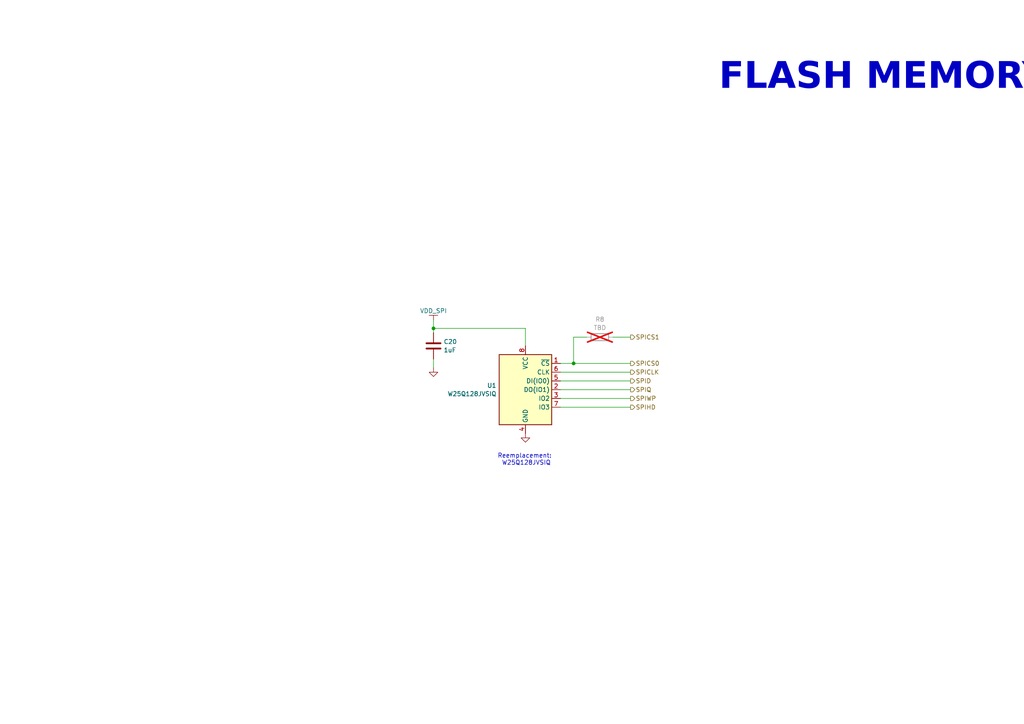
<source format=kicad_sch>
(kicad_sch (version 20231120) (generator "eeschema") (generator_version "8.0")
  (paper "A4")
  (title_block (title "WebScreen Project") (date "2024-11-02") (rev "1.2") (company "HW Media Lab LLC"))
  (lib_symbols
    (symbol "Device:C" (pin_numbers hide) (pin_names (offset 0.254))
      (property "Reference" "C" (at 0.635 2.54 0))
      (property "Value" "C" (at 0.635 -2.54 0))
      (symbol "C_0_1"
        (polyline (pts (xy -2.032 -0.762) (xy 2.032 -0.762)) (stroke (width 0.508)))
        (polyline (pts (xy -2.032 0.762) (xy 2.032 0.762)) (stroke (width 0.508)))
      )
      (symbol "C_1_1"
        (pin passive line (at 0 3.81 270) (length 2.794) (name "~") (number "1"))
        (pin passive line (at 0 -3.81 90) (length 2.794) (name "~") (number "2"))
      )
    )
    (symbol "Device:R" (pin_numbers hide) (pin_names (offset 0))
      (property "Reference" "R" (at 2.032 0 90))
      (property "Value" "R" (at 0 0 90))
      (symbol "R_0_1"
        (rectangle (start -1.016 -2.54) (end 1.016 2.54) (stroke (width 0.254)))
      )
      (symbol "R_1_1"
        (pin passive line (at 0 3.81 270) (length 1.27) (name "~") (number "1"))
        (pin passive line (at 0 -3.81 90) (length 1.27) (name "~") (number "2"))
      )
    )
    (symbol "Memory_Flash:W25Q128JVS"
      (property "Reference" "U" (at -8.89 8.89 0))
      (property "Value" "W25Q128JVS" (at 7.62 8.89 0))
      (symbol "W25Q128JVS_0_1"
        (rectangle (start -7.62 10.16) (end 7.62 -10.16) (stroke (width 0.254)) (fill (type background)))
      )
      (symbol "W25Q128JVS_1_1"
        (pin input line (at -10.16 7.62 0) (length 2.54) (name "~{CS}") (number "1"))
        (pin bidirectional line (at -10.16 0 0) (length 2.54) (name "DO(IO1)") (number "2"))
        (pin bidirectional line (at -10.16 -2.54 0) (length 2.54) (name "IO2") (number "3"))
        (pin power_in line (at 0 -12.7 90) (length 2.54) (name "GND") (number "4"))
        (pin bidirectional line (at -10.16 2.54 0) (length 2.54) (name "DI(IO0)") (number "5"))
        (pin input line (at -10.16 5.08 0) (length 2.54) (name "CLK") (number "6"))
        (pin bidirectional line (at -10.16 -5.08 0) (length 2.54) (name "IO3") (number "7"))
        (pin power_in line (at 0 12.7 270) (length 2.54) (name "VCC") (number "8"))
      )
    )
    (symbol "power:+4V" (power) (pin_names (offset 0))
      (property "Value" "VDD SPI" (at 0 2.54 0))
      (symbol "+4V_0_1"
        (polyline (pts (xy -1.27 1.27) (xy 1.27 1.27)))
        (polyline (pts (xy 0 0) (xy 0 1.27)))
      )
      (symbol "+4V_1_1"
        (pin power_in line (at 0 0 90) (length 0) hide (name "+4V") (number "1"))
      )
    )
    (symbol "power:GND" (power) (pin_names (offset 0))
      (property "Value" "GND" (at 0 -3.81 0))
      (symbol "GND_0_1"
        (polyline (pts (xy 0 0) (xy 0 -1.27) (xy 1.27 -1.27) (xy 0 -2.54) (xy -1.27 -1.27) (xy 0 -1.27)))
      )
      (symbol "GND_1_1"
        (pin power_in line (at 0 0 270) (length 0) hide (name "GND") (number "1"))
      )
    )
  )
  (junction (at 166.37 105.41))
  (junction (at 125.73 95.25))
  (wire (pts (xy 125.73 95.25) (xy 125.73 96.52)))
  (wire (pts (xy 162.56 107.95) (xy 182.88 107.95)))
  (wire (pts (xy 162.56 110.49) (xy 182.88 110.49)))
  (wire (pts (xy 162.56 113.03) (xy 182.88 113.03)))
  (wire (pts (xy 162.56 118.11) (xy 182.88 118.11)))
  (wire (pts (xy 152.4 95.25) (xy 152.4 100.33)))
  (wire (pts (xy 166.37 105.41) (xy 182.88 105.41)))
  (wire (pts (xy 125.73 104.14) (xy 125.73 106.68)))
  (wire (pts (xy 177.8 97.79) (xy 182.88 97.79)))
  (wire (pts (xy 162.56 105.41) (xy 166.37 105.41)))
  (wire (pts (xy 166.37 97.79) (xy 166.37 105.41)))
  (wire (pts (xy 125.73 92.71) (xy 125.73 95.25)))
  (wire (pts (xy 162.56 115.57) (xy 182.88 115.57)))
  (wire (pts (xy 125.73 95.25) (xy 152.4 95.25)))
  (wire (pts (xy 170.18 97.79) (xy 166.37 97.79)))
  (text "FLASH MEMORY" (at 208.534 28.956 0) (effects (font (size 7.62 7.62) (thickness 0.254) (bold yes)) (justify left bottom)))
  (text "Reemplacement: \nW25Q128JVSIQ" (at 152.654 133.35 0) (effects (font (size 1.27 1.27))))
  (hierarchical_label "SPIQ" (shape output) (at 182.88 113.03 0))
  (hierarchical_label "SPID" (shape output) (at 182.88 110.49 0))
  (hierarchical_label "SPIHD" (shape output) (at 182.88 118.11 0))
  (hierarchical_label "SPICS1" (shape output) (at 182.88 97.79 0))
  (hierarchical_label "SPIWP" (shape output) (at 182.88 115.57 0))
  (hierarchical_label "SPICLK" (shape output) (at 182.88 107.95 0))
  (hierarchical_label "SPICS0" (shape output) (at 182.88 105.41 0))
  (symbol (lib_id "Memory_Flash:W25Q128JVS") (at 152.4 113.03 0) (mirror y) (unit 1)
    (property "Reference" "U1" (at 144.0181 111.8179 0) (effects (justify left)))
    (property "Value" "W25Q128JVSIQ" (at 144.0181 114.2421 0) (effects (justify left)))
    (property "Footprint" "Package_SO:SOIC-8W_5.3x5.3mm_P1.27mm" (effects (hide yes)))
    (property "Datasheet" "http://www.winbond.com/resource-files/w25q128jv_dtr%20revc%2003272018%20plus.pdf" (effects (hide yes)))
    (property "LCSC Part #" "C113767" (effects (hide yes)))
    (property "MPN" "W25Q128JVSIQ" (effects (hide yes)))
    (property "BOM" "128Mbit SOIC-8-208mil NOR FLASH ROHS" (effects (hide yes)))
  )
  (symbol (lib_id "power:+4V") (at 125.73 92.71 0) (unit 1)
    (property "Reference" "#PWR032" (effects (hide yes)))
    (property "Value" "VDD_SPI" (at 125.73 90.17 0))
  )
  (symbol (lib_id "Device:C") (at 125.73 100.33 0) (unit 1)
    (property "Reference" "C20" (at 128.651 99.1179 0) (effects (justify left)))
    (property "Value" "1uF" (at 128.651 101.5421 0) (effects (justify left)))
    (property "Footprint" "Capacitor_SMD:C_0603_1608Metric" (effects (hide yes)))
    (property "Datasheet" "https://www.lcsc.com/datasheet/lcsc_datasheet_2209191700_Samsung-Electro-Mechanics-CL10A105KO8NNNC_C1592.pdf" (effects (hide yes)))
    (property "MPN" "CL10A105KO8NNNC" (effects (hide yes)))
    (property "LCSC Part #" "C1592" (effects (hide yes)))
    (property "BOM" "16V 1uF X5R ±10% 0603 Multilayer Ceramic Capacitors MLCC - SMD/SMT ROHS" (effects (hide yes)))
  )
  (symbol (lib_id "power:GND") (at 152.4 125.73 0) (unit 1)
    (property "Reference" "#PWR036" (effects (hide yes)))
    (property "Value" "GND" (effects (hide yes)))
  )
  (symbol (lib_id "power:GND") (at 125.73 106.68 0) (unit 1)
    (property "Reference" "#PWR038" (effects (hide yes)))
    (property "Value" "GND" (effects (hide yes)))
  )
  (symbol (lib_id "Device:R") (at 173.99 97.79 90) (unit 1) (in_bom no) (dnp yes)
    (property "Reference" "R8" (at 173.99 92.6297 90))
    (property "Value" "TBD" (at 173.99 95.0539 90))
    (property "Footprint" "Resistor_SMD:R_0402_1005Metric" (effects (hide yes)))
  )
)
</source>
